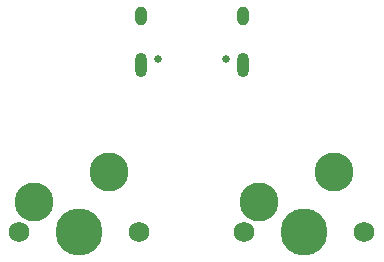
<source format=gts>
G04 #@! TF.GenerationSoftware,KiCad,Pcbnew,(6.0.7)*
G04 #@! TF.CreationDate,2022-10-04T19:15:27+13:00*
G04 #@! TF.ProjectId,ledusbc2key,6c656475-7362-4633-926b-65792e6b6963,rev?*
G04 #@! TF.SameCoordinates,Original*
G04 #@! TF.FileFunction,Soldermask,Top*
G04 #@! TF.FilePolarity,Negative*
%FSLAX46Y46*%
G04 Gerber Fmt 4.6, Leading zero omitted, Abs format (unit mm)*
G04 Created by KiCad (PCBNEW (6.0.7)) date 2022-10-04 19:15:27*
%MOMM*%
%LPD*%
G01*
G04 APERTURE LIST*
%ADD10C,3.987800*%
%ADD11C,1.750000*%
%ADD12C,3.300000*%
%ADD13C,0.650000*%
%ADD14O,1.000000X1.600000*%
%ADD15O,1.000000X2.100000*%
G04 APERTURE END LIST*
D10*
X115252500Y-78422500D03*
D11*
X120332500Y-78422500D03*
X110172500Y-78422500D03*
D12*
X111442500Y-75882500D03*
X117792500Y-73342500D03*
D13*
X127665000Y-63727500D03*
X121885000Y-63727500D03*
D14*
X120455000Y-60077500D03*
D15*
X120455000Y-64257500D03*
X129095000Y-64257500D03*
D14*
X129095000Y-60077500D03*
D10*
X134302500Y-78422500D03*
D11*
X139382500Y-78422500D03*
X129222500Y-78422500D03*
D12*
X130492500Y-75882500D03*
X136842500Y-73342500D03*
M02*

</source>
